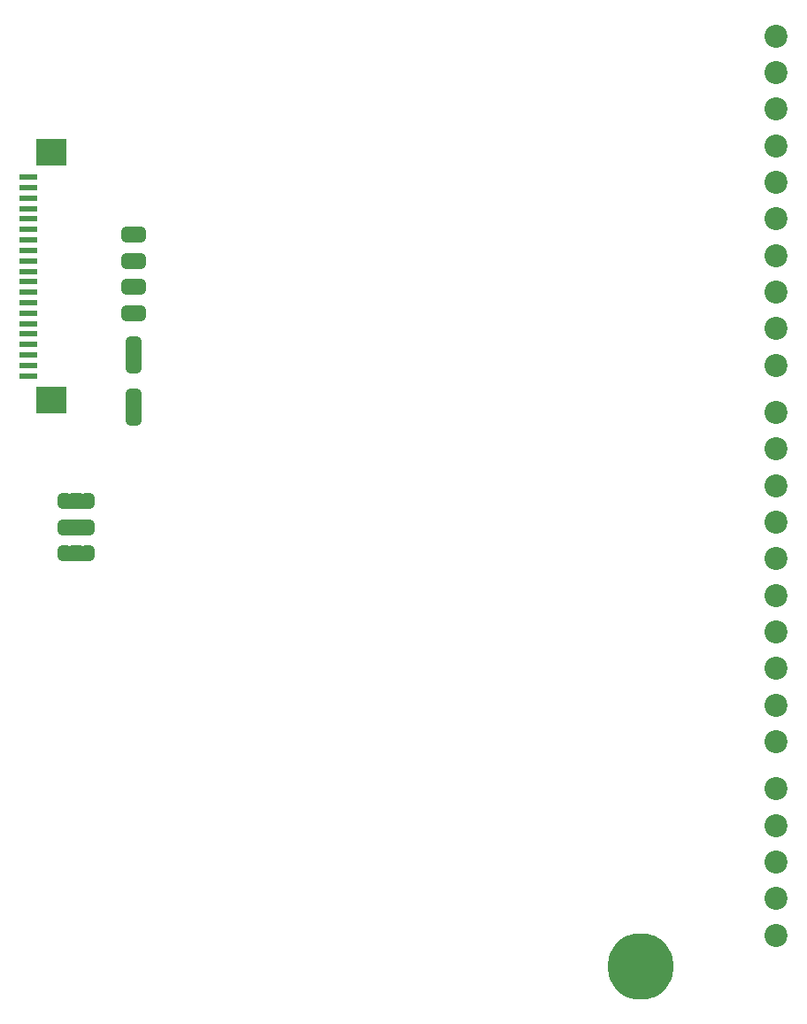
<source format=gbr>
%TF.GenerationSoftware,KiCad,Pcbnew,9.0.2*%
%TF.CreationDate,2025-06-28T19:08:47+03:00*%
%TF.ProjectId,PMCNV-DI16sink,504d434e-562d-4444-9931-3673696e6b2e,rev?*%
%TF.SameCoordinates,Original*%
%TF.FileFunction,Soldermask,Bot*%
%TF.FilePolarity,Negative*%
%FSLAX46Y46*%
G04 Gerber Fmt 4.6, Leading zero omitted, Abs format (unit mm)*
G04 Created by KiCad (PCBNEW 9.0.2) date 2025-06-28 19:08:47*
%MOMM*%
%LPD*%
G01*
G04 APERTURE LIST*
G04 Aperture macros list*
%AMFreePoly0*
4,1,23,0.550000,-0.750000,0.000000,-0.750000,0.000000,-0.745722,-0.065263,-0.745722,-0.191342,-0.711940,-0.304381,-0.646677,-0.396677,-0.554381,-0.461940,-0.441342,-0.495722,-0.315263,-0.495722,-0.250000,-0.500000,-0.250000,-0.500000,0.250000,-0.495722,0.250000,-0.495722,0.315263,-0.461940,0.441342,-0.396677,0.554381,-0.304381,0.646677,-0.191342,0.711940,-0.065263,0.745722,0.000000,0.745722,
0.000000,0.750000,0.550000,0.750000,0.550000,-0.750000,0.550000,-0.750000,$1*%
%AMFreePoly1*
4,1,23,0.000000,0.745722,0.065263,0.745722,0.191342,0.711940,0.304381,0.646677,0.396677,0.554381,0.461940,0.441342,0.495722,0.315263,0.495722,0.250000,0.500000,0.250000,0.500000,-0.250000,0.495722,-0.250000,0.495722,-0.315263,0.461940,-0.441342,0.396677,-0.554381,0.304381,-0.646677,0.191342,-0.711940,0.065263,-0.745722,0.000000,-0.745722,0.000000,-0.750000,-0.550000,-0.750000,
-0.550000,0.750000,0.000000,0.750000,0.000000,0.745722,0.000000,0.745722,$1*%
%AMFreePoly2*
4,1,23,0.500000,-0.750000,0.000000,-0.750000,0.000000,-0.745722,-0.065263,-0.745722,-0.191342,-0.711940,-0.304381,-0.646677,-0.396677,-0.554381,-0.461940,-0.441342,-0.495722,-0.315263,-0.495722,-0.250000,-0.500000,-0.250000,-0.500000,0.250000,-0.495722,0.250000,-0.495722,0.315263,-0.461940,0.441342,-0.396677,0.554381,-0.304381,0.646677,-0.191342,0.711940,-0.065263,0.745722,0.000000,0.745722,
0.000000,0.750000,0.500000,0.750000,0.500000,-0.750000,0.500000,-0.750000,$1*%
%AMFreePoly3*
4,1,23,0.000000,0.745722,0.065263,0.745722,0.191342,0.711940,0.304381,0.646677,0.396677,0.554381,0.461940,0.441342,0.495722,0.315263,0.495722,0.250000,0.500000,0.250000,0.500000,-0.250000,0.495722,-0.250000,0.495722,-0.315263,0.461940,-0.441342,0.396677,-0.554381,0.304381,-0.646677,0.191342,-0.711940,0.065263,-0.745722,0.000000,-0.745722,0.000000,-0.750000,-0.500000,-0.750000,
-0.500000,0.750000,0.000000,0.750000,0.000000,0.745722,0.000000,0.745722,$1*%
G04 Aperture macros list end*
%ADD10FreePoly0,90.000000*%
%ADD11R,1.500000X1.000000*%
%ADD12FreePoly1,90.000000*%
%ADD13C,2.200000*%
%ADD14O,6.350000X6.350000*%
%ADD15FreePoly2,0.000000*%
%ADD16FreePoly3,0.000000*%
%ADD17FreePoly0,180.000000*%
%ADD18R,1.000000X1.500000*%
%ADD19FreePoly1,180.000000*%
%ADD20R,3.000000X2.600000*%
%ADD21R,1.800000X0.600000*%
G04 APERTURE END LIST*
%TO.C,JP9*%
G36*
X-25750000Y6750000D02*
G01*
X-27250000Y6750000D01*
X-27250000Y8250000D01*
X-25750000Y8250000D01*
X-25750000Y6750000D01*
G37*
%TO.C,JP2*%
G36*
X-26650000Y20750000D02*
G01*
X-26350000Y20750000D01*
X-26350000Y22250000D01*
X-26650000Y22250000D01*
X-26650000Y20750000D01*
G37*
%TO.C,JP4*%
G36*
X-26650000Y15750000D02*
G01*
X-26350000Y15750000D01*
X-26350000Y17250000D01*
X-26650000Y17250000D01*
X-26650000Y15750000D01*
G37*
%TO.C,JP3*%
G36*
X-26650000Y18250000D02*
G01*
X-26350000Y18250000D01*
X-26350000Y19750000D01*
X-26650000Y19750000D01*
X-26650000Y18250000D01*
G37*
%TO.C,JP1*%
G36*
X-26650000Y23250000D02*
G01*
X-26350000Y23250000D01*
X-26350000Y24750000D01*
X-26650000Y24750000D01*
X-26650000Y23250000D01*
G37*
%TO.C,JP6*%
G36*
X-31250000Y-3250000D02*
G01*
X-32750000Y-3250000D01*
X-32750000Y-4750000D01*
X-31250000Y-4750000D01*
X-31250000Y-3250000D01*
G37*
%TO.C,JP5*%
G36*
X-31250000Y-750000D02*
G01*
X-32750000Y-750000D01*
X-32750000Y-2250000D01*
X-31250000Y-2250000D01*
X-31250000Y-750000D01*
G37*
%TO.C,JP7*%
G36*
X-31250000Y-5750000D02*
G01*
X-32750000Y-5750000D01*
X-32750000Y-7250000D01*
X-31250000Y-7250000D01*
X-31250000Y-5750000D01*
G37*
%TO.C,JP8*%
G36*
X-25750000Y11750000D02*
G01*
X-27250000Y11750000D01*
X-27250000Y13250000D01*
X-25750000Y13250000D01*
X-25750000Y11750000D01*
G37*
%TD*%
D10*
%TO.C,JP9*%
X-26500000Y6200000D03*
D11*
X-26500000Y7500000D03*
D12*
X-26500000Y8800000D03*
%TD*%
D13*
%TO.C,J6*%
X35000000Y-43000000D03*
X35000000Y-39500000D03*
X35000000Y-36000000D03*
X35000000Y-32500000D03*
X35000000Y-29000000D03*
%TD*%
%TO.C,J4*%
X35000000Y-24500000D03*
X35000000Y-21000000D03*
X35000000Y-17500000D03*
X35000000Y-14000000D03*
X35000000Y-10500000D03*
X35000000Y-7000000D03*
X35000000Y-3500000D03*
X35000000Y0D03*
X35000000Y3500000D03*
X35000000Y7000000D03*
%TD*%
D14*
%TO.C,PE1*%
X22000000Y-46000000D03*
%TD*%
D13*
%TO.C,J3*%
X35000000Y11500000D03*
X35000000Y15000000D03*
X35000000Y18500000D03*
X35000000Y22000000D03*
X35000000Y25500000D03*
X35000000Y29000000D03*
X35000000Y32500000D03*
X35000000Y36000000D03*
X35000000Y39500000D03*
X35000000Y43000000D03*
%TD*%
D15*
%TO.C,JP2*%
X-27150000Y21500000D03*
D16*
X-25850000Y21500000D03*
%TD*%
D15*
%TO.C,JP4*%
X-27150000Y16500000D03*
D16*
X-25850000Y16500000D03*
%TD*%
D15*
%TO.C,JP3*%
X-27150000Y19000000D03*
D16*
X-25850000Y19000000D03*
%TD*%
D15*
%TO.C,JP1*%
X-27150000Y24000000D03*
D16*
X-25850000Y24000000D03*
%TD*%
D17*
%TO.C,JP6*%
X-30700000Y-4000000D03*
D18*
X-32000000Y-4000000D03*
D19*
X-33300000Y-4000000D03*
%TD*%
D17*
%TO.C,JP5*%
X-30700000Y-1500000D03*
D18*
X-32000000Y-1500000D03*
D19*
X-33300000Y-1500000D03*
%TD*%
D17*
%TO.C,JP7*%
X-30700000Y-6500000D03*
D18*
X-32000000Y-6500000D03*
D19*
X-33300000Y-6500000D03*
%TD*%
D20*
%TO.C,JM2*%
X-34375000Y8150000D03*
X-34375000Y31850000D03*
D21*
X-36546000Y10500000D03*
X-36546000Y11500000D03*
X-36546000Y12500000D03*
X-36546000Y13500000D03*
X-36546000Y14500000D03*
X-36546000Y15500000D03*
X-36546000Y16500000D03*
X-36546000Y17500000D03*
X-36546000Y18500000D03*
X-36546000Y19500000D03*
X-36546000Y20500000D03*
X-36546000Y21500000D03*
X-36546000Y22500000D03*
X-36546000Y23500000D03*
X-36546000Y24500000D03*
X-36546000Y25500000D03*
X-36546000Y26500000D03*
X-36546000Y27500000D03*
X-36546000Y28500000D03*
X-36546000Y29500000D03*
%TD*%
D10*
%TO.C,JP8*%
X-26500000Y11200000D03*
D11*
X-26500000Y12500000D03*
D12*
X-26500000Y13800000D03*
%TD*%
M02*

</source>
